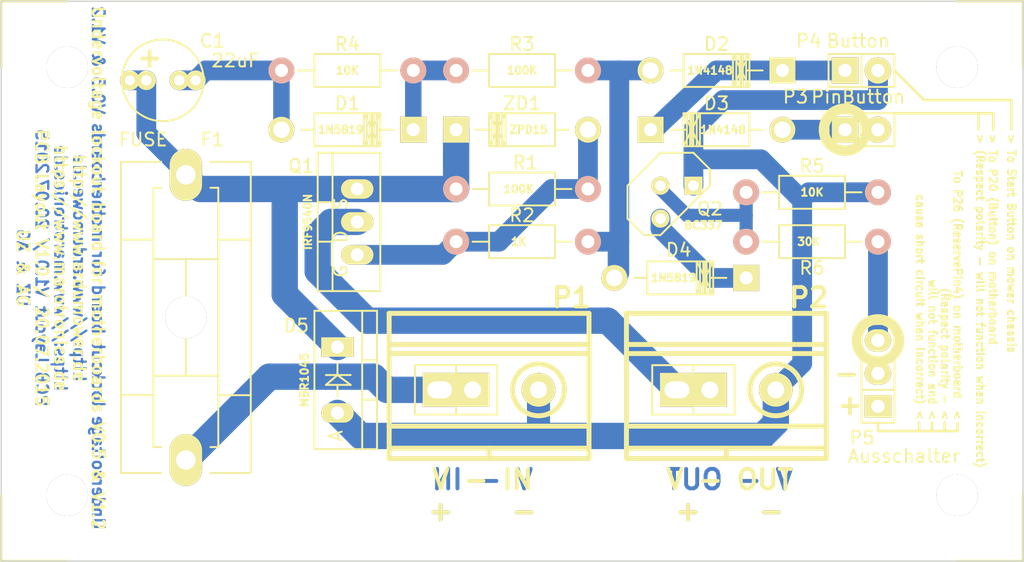
<source format=kicad_pcb>
(kicad_pcb (version 4) (host pcbnew "(2015-05-08 BZR 5647)-product")

  (general
    (links 35)
    (no_connects 0)
    (area 83.769999 55.829999 162.610001 99.110001)
    (thickness 1.6)
    (drawings 45)
    (tracks 82)
    (zones 0)
    (modules 25)
    (nets 14)
  )

  (page A4)
  (layers
    (0 F.Cu signal)
    (31 B.Cu signal)
    (32 B.Adhes user)
    (33 F.Adhes user)
    (34 B.Paste user)
    (35 F.Paste user)
    (36 B.SilkS user)
    (37 F.SilkS user)
    (38 B.Mask user)
    (39 F.Mask user)
    (40 Dwgs.User user)
    (41 Cmts.User user)
    (42 Eco1.User user)
    (43 Eco2.User user)
    (44 Edge.Cuts user)
    (45 Margin user)
    (46 B.CrtYd user)
    (47 F.CrtYd user)
    (48 B.Fab user hide)
    (49 F.Fab user)
  )

  (setup
    (last_trace_width 0.25)
    (user_trace_width 0.254)
    (user_trace_width 0.508)
    (user_trace_width 0.762)
    (user_trace_width 1.016)
    (user_trace_width 1.27)
    (user_trace_width 1.524)
    (user_trace_width 1.778)
    (user_trace_width 2.032)
    (user_trace_width 2.358)
    (trace_clearance 0.2)
    (zone_clearance 0.508)
    (zone_45_only no)
    (trace_min 0.2)
    (segment_width 0.2)
    (edge_width 0.1)
    (via_size 0.6)
    (via_drill 0.4)
    (via_min_size 0.4)
    (via_min_drill 0.3)
    (user_via 1.2 0.889)
    (user_via 1.6 1)
    (user_via 2.2 1.4)
    (user_via 2.6 1.6)
    (user_via 3.1 1.9)
    (uvia_size 0.3)
    (uvia_drill 0.1)
    (uvias_allowed no)
    (uvia_min_size 0.2)
    (uvia_min_drill 0.1)
    (pcb_text_width 0.3)
    (pcb_text_size 1.5 1.5)
    (mod_edge_width 0.15)
    (mod_text_size 1 1)
    (mod_text_width 0.15)
    (pad_size 1.5 1.5)
    (pad_drill 0.6)
    (pad_to_mask_clearance 0)
    (aux_axis_origin 0 0)
    (visible_elements 7FFFFF7F)
    (pcbplotparams
      (layerselection 0x01000_80000001)
      (usegerberextensions false)
      (excludeedgelayer false)
      (linewidth 0.100000)
      (plotframeref false)
      (viasonmask false)
      (mode 1)
      (useauxorigin false)
      (hpglpennumber 1)
      (hpglpenspeed 20)
      (hpglpendiameter 15)
      (hpglpenoverlay 2)
      (psnegative false)
      (psa4output false)
      (plotreference true)
      (plotvalue true)
      (plotinvisibletext false)
      (padsonsilk false)
      (subtractmaskfromsilk false)
      (outputformat 3)
      (mirror false)
      (drillshape 2)
      (scaleselection 1)
      (outputdirectory E:/11/))
  )

  (net 0 "")
  (net 1 "Net-(C1-Pad2)")
  (net 2 "Net-(C1-Pad1)")
  (net 3 "Net-(D1-Pad1)")
  (net 4 "Net-(D2-Pad1)")
  (net 5 "Net-(D2-Pad2)")
  (net 6 "Net-(D3-Pad2)")
  (net 7 GND)
  (net 8 "Net-(P5-Pad3)")
  (net 9 "Net-(D4-Pad1)")
  (net 10 "Net-(P2-Pad1)")
  (net 11 "Net-(Q1-PadG)")
  (net 12 "Net-(Q2-PadB)")
  (net 13 "Net-(F1-Pad1)")

  (net_class Default "Dies ist die voreingestellte Netzklasse."
    (clearance 0.2)
    (trace_width 0.25)
    (via_dia 0.6)
    (via_drill 0.4)
    (uvia_dia 0.3)
    (uvia_drill 0.1)
    (add_net GND)
    (add_net "Net-(C1-Pad1)")
    (add_net "Net-(C1-Pad2)")
    (add_net "Net-(D1-Pad1)")
    (add_net "Net-(D2-Pad1)")
    (add_net "Net-(D2-Pad2)")
    (add_net "Net-(D3-Pad2)")
    (add_net "Net-(D4-Pad1)")
    (add_net "Net-(F1-Pad1)")
    (add_net "Net-(P2-Pad1)")
    (add_net "Net-(P5-Pad3)")
    (add_net "Net-(Q1-PadG)")
    (add_net "Net-(Q2-PadB)")
  )

  (module Transistors_TO-220:TO-220_FET-GDS_Vertical (layer F.Cu) (tedit 55ACFA8A) (tstamp 55ACC6E0)
    (at 111.252 72.898 90)
    (descr "TO-220, FET-GDS, Vertical,")
    (tags "TO-220, FET-GDS, Vertical,")
    (path /55ACEC5E)
    (fp_text reference Q1 (at 4.318 -4.318 180) (layer F.SilkS)
      (effects (font (size 1 1) (thickness 0.15)))
    )
    (fp_text value IRF9540N (at 0 -3.81 90) (layer F.SilkS)
      (effects (font (size 0.6 0.6) (thickness 0.15)))
    )
    (fp_text user S (at 1.397 -1.27 90) (layer F.SilkS)
      (effects (font (size 1 1) (thickness 0.15)))
    )
    (fp_text user D (at -1.143 -1.27 90) (layer F.SilkS)
      (effects (font (size 1 1) (thickness 0.15)))
    )
    (fp_text user G (at -3.81 -1.27 90) (layer F.SilkS)
      (effects (font (size 1 1) (thickness 0.15)))
    )
    (fp_line (start -1.524 -3.048) (end -1.524 -1.905) (layer F.SilkS) (width 0.15))
    (fp_line (start 1.524 -3.048) (end 1.524 -1.905) (layer F.SilkS) (width 0.15))
    (fp_line (start 5.334 -1.905) (end 5.334 1.778) (layer F.SilkS) (width 0.15))
    (fp_line (start 5.334 1.778) (end -5.334 1.778) (layer F.SilkS) (width 0.15))
    (fp_line (start -5.334 1.778) (end -5.334 -1.905) (layer F.SilkS) (width 0.15))
    (fp_line (start 5.334 -3.048) (end 5.334 -1.905) (layer F.SilkS) (width 0.15))
    (fp_line (start 5.334 -1.905) (end -5.334 -1.905) (layer F.SilkS) (width 0.15))
    (fp_line (start -5.334 -1.905) (end -5.334 -3.048) (layer F.SilkS) (width 0.15))
    (fp_line (start 0 -3.048) (end -5.334 -3.048) (layer F.SilkS) (width 0.15))
    (fp_line (start 0 -3.048) (end 5.334 -3.048) (layer F.SilkS) (width 0.15))
    (pad D thru_hole oval (at 0 0 180) (size 2.49936 1.50114) (drill 1.00076) (layers *.Cu *.Mask F.SilkS)
      (net 10 "Net-(P2-Pad1)"))
    (pad G thru_hole oval (at -2.54 0 180) (size 2.49936 1.50114) (drill 1.00076) (layers *.Cu *.Mask F.SilkS)
      (net 11 "Net-(Q1-PadG)"))
    (pad S thru_hole oval (at 2.54 0 180) (size 2.49936 1.50114) (drill 1.00076) (layers *.Cu *.Mask F.SilkS)
      (net 2 "Net-(C1-Pad1)"))
    (model Transistors_TO-220.3dshapes/TO-220_FET-GDS_Vertical.wrl
      (at (xyz 0 0 0))
      (scale (xyz 0.3937 0.3937 0.3937))
      (rotate (xyz 0 0 0))
    )
  )

  (module ACS712:Elko_vert_11.2x6.3mm_RM2.5_RM5.0 (layer F.Cu) (tedit 55ACEE98) (tstamp 55ACC7B9)
    (at 94.996 61.976)
    (descr "Electrolytic Capacitor, vertical, diameter 6,3mm, RM 2,5mm, radial,")
    (tags "Electrolytic Capacitor, vertical, diameter 6,3mm, RM 2,5mm, Elko, Electrolytkondensator, Kondensator gepolt, Durchmesser 6,3mm, radial,")
    (path /55ACB84E)
    (fp_text reference C1 (at 5.08 -3.048 180) (layer F.SilkS)
      (effects (font (size 1 1) (thickness 0.15)))
    )
    (fp_text value 22uF (at 6.858 -1.524 180) (layer F.SilkS)
      (effects (font (size 1 1) (thickness 0.15)))
    )
    (fp_line (start 0.26924 -2.19964) (end 0.26924 -1.19888) (layer F.SilkS) (width 0.15))
    (fp_line (start -0.23114 -1.69926) (end 0.76962 -1.69926) (layer F.SilkS) (width 0.15))
    (fp_line (start 0.26924 -1.69926) (end 0.76962 -1.69926) (layer F.Cu) (width 0.15))
    (fp_line (start 0.26924 -1.69926) (end 0.26924 -2.19964) (layer F.Cu) (width 0.15))
    (fp_line (start -0.23114 -1.69926) (end 0.26924 -1.69926) (layer F.Cu) (width 0.15))
    (fp_line (start 0.26924 -1.69926) (end 0.26924 -1.30048) (layer F.Cu) (width 0.15))
    (fp_line (start 0.26924 -1.30048) (end 0.26924 -1.19888) (layer F.Cu) (width 0.15))
    (fp_circle (center 1.27 0) (end 4.4196 0) (layer F.SilkS) (width 0.15))
    (pad 2 thru_hole circle (at 2.54 0) (size 1.50114 1.50114) (drill 0.8001) (layers *.Cu *.Mask F.SilkS)
      (net 1 "Net-(C1-Pad2)"))
    (pad 1 thru_hole circle (at 0 0) (size 1.50114 1.50114) (drill 0.8001) (layers *.Cu *.Mask F.SilkS)
      (net 2 "Net-(C1-Pad1)"))
    (pad 1 thru_hole circle (at -1.27 0) (size 1.524 1.524) (drill 0.762) (layers *.Cu *.Mask F.SilkS)
      (net 2 "Net-(C1-Pad1)"))
    (pad 2 thru_hole circle (at 3.81 0) (size 1.524 1.524) (drill 0.762) (layers *.Cu *.Mask F.SilkS)
      (net 1 "Net-(C1-Pad2)"))
    (model Capacitors_Elko_ThroughHole/Elko_vert_11.2x6.3mm_RM2.5.wrl
      (at (xyz 0 0 0))
      (scale (xyz 1 1 1))
      (rotate (xyz 0 0 0))
    )
    (model Capacitors_ThroughHole.3dshapes/C_Radial_D6.3_L11.2_P2.5.wrl
      (at (xyz 0 0 0))
      (scale (xyz 1 1 1))
      (rotate (xyz 0 0 0))
    )
  )

  (module ACS712:Pin_Header_Straight_1x02 (layer F.Cu) (tedit 55AD762E) (tstamp 55ACC7DE)
    (at 150.114 65.786)
    (descr "Through hole pin header")
    (tags "pin header")
    (path /55ACFD7B)
    (fp_text reference P3 (at -5.08 -2.54) (layer F.SilkS)
      (effects (font (size 1 1) (thickness 0.15)))
    )
    (fp_text value PinButton (at -0.254 -2.54) (layer F.SilkS)
      (effects (font (size 1 1) (thickness 0.15)))
    )
    (fp_line (start 0 -1.27) (end 0 1.27) (layer F.SilkS) (width 0.15))
    (fp_line (start -2.54 -1.27) (end -2.54 1.27) (layer F.SilkS) (width 0.15))
    (fp_line (start -2.54 1.27) (end 0 1.27) (layer F.SilkS) (width 0.15))
    (fp_line (start 0 1.27) (end 2.54 1.27) (layer F.SilkS) (width 0.15))
    (fp_line (start 2.54 1.27) (end 2.54 -1.27) (layer F.SilkS) (width 0.15))
    (fp_line (start 2.54 -1.27) (end -2.54 -1.27) (layer F.SilkS) (width 0.15))
    (pad 1 thru_hole rect (at -1.27 0) (size 2.032 2.032) (drill 1.016) (layers *.Cu *.Mask F.SilkS)
      (net 6 "Net-(D3-Pad2)"))
    (pad 2 thru_hole oval (at 1.27 0) (size 2.032 2.032) (drill 1.016) (layers *.Cu *.Mask F.SilkS))
    (model Pin_Headers/Pin_Header_Straight_1x02.wrl
      (at (xyz 0 0 0))
      (scale (xyz 1 1 1))
      (rotate (xyz 0 0 0))
    )
    (model Pin_Headers.3dshapes/Pin_Header_Straight_1x02.wrl
      (at (xyz 0 0 0))
      (scale (xyz 1 1 1))
      (rotate (xyz 0 0 0))
    )
  )

  (module ACS712:Pin_Header_Straight_1x02 (layer F.Cu) (tedit 55AD7634) (tstamp 55ACC7E3)
    (at 150.114 61.214)
    (descr "Through hole pin header")
    (tags "pin header")
    (path /55ACC3A3)
    (fp_text reference P4 (at -4.064 -2.286) (layer F.SilkS)
      (effects (font (size 1 1) (thickness 0.15)))
    )
    (fp_text value Button (at -0.254 -2.286) (layer F.SilkS)
      (effects (font (size 1 1) (thickness 0.15)))
    )
    (fp_line (start 0 -1.27) (end 0 1.27) (layer F.SilkS) (width 0.15))
    (fp_line (start -2.54 -1.27) (end -2.54 1.27) (layer F.SilkS) (width 0.15))
    (fp_line (start -2.54 1.27) (end 0 1.27) (layer F.SilkS) (width 0.15))
    (fp_line (start 0 1.27) (end 2.54 1.27) (layer F.SilkS) (width 0.15))
    (fp_line (start 2.54 1.27) (end 2.54 -1.27) (layer F.SilkS) (width 0.15))
    (fp_line (start 2.54 -1.27) (end -2.54 -1.27) (layer F.SilkS) (width 0.15))
    (pad 1 thru_hole rect (at -1.27 0) (size 2.032 2.032) (drill 1.016) (layers *.Cu *.Mask F.SilkS)
      (net 4 "Net-(D2-Pad1)"))
    (pad 2 thru_hole oval (at 1.27 0) (size 2.032 2.032) (drill 1.016) (layers *.Cu *.Mask F.SilkS)
      (net 7 GND))
    (model Pin_Headers/Pin_Header_Straight_1x02.wrl
      (at (xyz 0 0 0))
      (scale (xyz 1 1 1))
      (rotate (xyz 0 0 0))
    )
    (model Pin_Headers.3dshapes/Pin_Header_Straight_1x02.wrl
      (at (xyz 0 0 0))
      (scale (xyz 1 1 1))
      (rotate (xyz 0 0 0))
    )
  )

  (module ACS712:TO92-EBC (layer F.Cu) (tedit 55ACF97C) (tstamp 55ACC7E8)
    (at 135.89 71.374)
    (descr "Transistor TO92 brochage type BC237")
    (tags "TR TO92")
    (path /55ACB84A)
    (fp_text reference Q2 (at 2.54 0.508 180) (layer F.SilkS)
      (effects (font (size 1 1) (thickness 0.15)))
    )
    (fp_text value BC337 (at 2.032 1.778 180) (layer F.SilkS)
      (effects (font (size 0.6 0.6) (thickness 0.15)))
    )
    (fp_line (start -1.27 2.54) (end 2.54 -1.27) (layer F.SilkS) (width 0.15))
    (fp_line (start 2.54 -1.27) (end 2.54 -2.54) (layer F.SilkS) (width 0.15))
    (fp_line (start 2.54 -2.54) (end 1.27 -3.81) (layer F.SilkS) (width 0.15))
    (fp_line (start 1.27 -3.81) (end -1.27 -3.81) (layer F.SilkS) (width 0.15))
    (fp_line (start -1.27 -3.81) (end -3.81 -1.27) (layer F.SilkS) (width 0.15))
    (fp_line (start -3.81 -1.27) (end -3.81 1.27) (layer F.SilkS) (width 0.15))
    (fp_line (start -3.81 1.27) (end -2.54 2.54) (layer F.SilkS) (width 0.15))
    (fp_line (start -2.54 2.54) (end -1.27 2.54) (layer F.SilkS) (width 0.15))
    (pad E thru_hole rect (at 1.27 -1.27) (size 1.397 1.397) (drill 0.8128) (layers *.Cu *.Mask F.SilkS)
      (net 7 GND))
    (pad B thru_hole circle (at -1.27 -1.27) (size 1.397 1.397) (drill 0.8128) (layers *.Cu *.Mask F.SilkS)
      (net 12 "Net-(Q2-PadB)"))
    (pad C thru_hole circle (at -1.27 1.27) (size 1.397 1.397) (drill 0.8128) (layers *.Cu *.Mask F.SilkS)
      (net 9 "Net-(D4-Pad1)"))
    (model Discret/TO92-EBC.wrl
      (at (xyz 0 0 0))
      (scale (xyz 1 1 1))
      (rotate (xyz 0 0 0))
    )
    (model Housings_TO-92.3dshapes/TO-92_Molded_Narrow_Oval.wrl
      (at (xyz 0 0 0))
      (scale (xyz 1 1 1))
      (rotate (xyz 0 0 225))
    )
  )

  (module ACS712:Resistor_Horizontal_RM10mm (layer F.Cu) (tedit 55ACEFDD) (tstamp 55ACC7EE)
    (at 123.952 70.358)
    (descr "Resistor, Axial,  RM 10mm, 1/3W,")
    (tags "Resistor, Axial, RM 10mm, 1/3W,")
    (path /55ACB843)
    (fp_text reference R1 (at 0.254 -2.032) (layer F.SilkS)
      (effects (font (size 1 1) (thickness 0.15)))
    )
    (fp_text value 100K (at -0.254 0) (layer F.SilkS)
      (effects (font (size 0.6 0.6) (thickness 0.15)))
    )
    (fp_line (start -2.54 -1.27) (end 2.54 -1.27) (layer F.SilkS) (width 0.15))
    (fp_line (start 2.54 -1.27) (end 2.54 1.27) (layer F.SilkS) (width 0.15))
    (fp_line (start 2.54 1.27) (end -2.54 1.27) (layer F.SilkS) (width 0.15))
    (fp_line (start -2.54 1.27) (end -2.54 -1.27) (layer F.SilkS) (width 0.15))
    (fp_line (start -2.54 0) (end -3.81 0) (layer F.SilkS) (width 0.15))
    (fp_line (start 2.54 0) (end 3.81 0) (layer F.SilkS) (width 0.15))
    (pad 1 thru_hole circle (at -5.08 0) (size 1.99898 1.99898) (drill 1.00076) (layers *.Cu *.SilkS *.Mask)
      (net 2 "Net-(C1-Pad1)"))
    (pad 2 thru_hole circle (at 5.08 0) (size 1.99898 1.99898) (drill 1.00076) (layers *.Cu *.SilkS *.Mask)
      (net 11 "Net-(Q1-PadG)"))
    (model Resistors_ThroughHole/Resistor_Horizontal_RM10mm.wrl
      (at (xyz 0 0 0))
      (scale (xyz 0.4 0.4 0.4))
      (rotate (xyz 0 0 0))
    )
    (model Resistors_ThroughHole.3dshapes/Resistor_Horizontal_RM10mm.wrl
      (at (xyz 0 0 0))
      (scale (xyz 0.4 0.4 0.4))
      (rotate (xyz 0 0 0))
    )
  )

  (module ACS712:Resistor_Horizontal_RM10mm (layer F.Cu) (tedit 55ACEFE6) (tstamp 55ACC7F3)
    (at 123.952 74.422 180)
    (descr "Resistor, Axial,  RM 10mm, 1/3W,")
    (tags "Resistor, Axial, RM 10mm, 1/3W,")
    (path /55ACB845)
    (fp_text reference R2 (at 0 2.032 180) (layer F.SilkS)
      (effects (font (size 1 1) (thickness 0.15)))
    )
    (fp_text value 1K (at 0.254 0 180) (layer F.SilkS)
      (effects (font (size 0.6 0.6) (thickness 0.15)))
    )
    (fp_line (start -2.54 -1.27) (end 2.54 -1.27) (layer F.SilkS) (width 0.15))
    (fp_line (start 2.54 -1.27) (end 2.54 1.27) (layer F.SilkS) (width 0.15))
    (fp_line (start 2.54 1.27) (end -2.54 1.27) (layer F.SilkS) (width 0.15))
    (fp_line (start -2.54 1.27) (end -2.54 -1.27) (layer F.SilkS) (width 0.15))
    (fp_line (start -2.54 0) (end -3.81 0) (layer F.SilkS) (width 0.15))
    (fp_line (start 2.54 0) (end 3.81 0) (layer F.SilkS) (width 0.15))
    (pad 1 thru_hole circle (at -5.08 0 180) (size 1.99898 1.99898) (drill 1.00076) (layers *.Cu *.SilkS *.Mask)
      (net 5 "Net-(D2-Pad2)"))
    (pad 2 thru_hole circle (at 5.08 0 180) (size 1.99898 1.99898) (drill 1.00076) (layers *.Cu *.SilkS *.Mask)
      (net 11 "Net-(Q1-PadG)"))
    (model Resistors_ThroughHole/Resistor_Horizontal_RM10mm.wrl
      (at (xyz 0 0 0))
      (scale (xyz 0.4 0.4 0.4))
      (rotate (xyz 0 0 0))
    )
    (model Resistors_ThroughHole.3dshapes/Resistor_Horizontal_RM10mm.wrl
      (at (xyz 0 0 0))
      (scale (xyz 0.4 0.4 0.4))
      (rotate (xyz 0 0 0))
    )
  )

  (module ACS712:Resistor_Horizontal_RM10mm (layer F.Cu) (tedit 55ACEF61) (tstamp 55ACC7F8)
    (at 123.952 61.214)
    (descr "Resistor, Axial,  RM 10mm, 1/3W,")
    (tags "Resistor, Axial, RM 10mm, 1/3W,")
    (path /55ACB849)
    (fp_text reference R3 (at 0 -2.032) (layer F.SilkS)
      (effects (font (size 1 1) (thickness 0.15)))
    )
    (fp_text value 100K (at 0 0) (layer F.SilkS)
      (effects (font (size 0.6 0.6) (thickness 0.15)))
    )
    (fp_line (start -2.54 -1.27) (end 2.54 -1.27) (layer F.SilkS) (width 0.15))
    (fp_line (start 2.54 -1.27) (end 2.54 1.27) (layer F.SilkS) (width 0.15))
    (fp_line (start 2.54 1.27) (end -2.54 1.27) (layer F.SilkS) (width 0.15))
    (fp_line (start -2.54 1.27) (end -2.54 -1.27) (layer F.SilkS) (width 0.15))
    (fp_line (start -2.54 0) (end -3.81 0) (layer F.SilkS) (width 0.15))
    (fp_line (start 2.54 0) (end 3.81 0) (layer F.SilkS) (width 0.15))
    (pad 1 thru_hole circle (at -5.08 0) (size 1.99898 1.99898) (drill 1.00076) (layers *.Cu *.SilkS *.Mask)
      (net 3 "Net-(D1-Pad1)"))
    (pad 2 thru_hole circle (at 5.08 0) (size 1.99898 1.99898) (drill 1.00076) (layers *.Cu *.SilkS *.Mask)
      (net 5 "Net-(D2-Pad2)"))
    (model Resistors_ThroughHole/Resistor_Horizontal_RM10mm.wrl
      (at (xyz 0 0 0))
      (scale (xyz 0.4 0.4 0.4))
      (rotate (xyz 0 0 0))
    )
    (model Resistors_ThroughHole.3dshapes/Resistor_Horizontal_RM10mm.wrl
      (at (xyz 0 0 0))
      (scale (xyz 0.4 0.4 0.4))
      (rotate (xyz 0 0 0))
    )
  )

  (module ACS712:Resistor_Horizontal_RM10mm (layer F.Cu) (tedit 55ACEF58) (tstamp 55ACC7FD)
    (at 110.49 61.214)
    (descr "Resistor, Axial,  RM 10mm, 1/3W,")
    (tags "Resistor, Axial, RM 10mm, 1/3W,")
    (path /55ACB84C)
    (fp_text reference R4 (at 0 -2.032) (layer F.SilkS)
      (effects (font (size 1 1) (thickness 0.15)))
    )
    (fp_text value 10K (at 0 0) (layer F.SilkS)
      (effects (font (size 0.6 0.6) (thickness 0.15)))
    )
    (fp_line (start -2.54 -1.27) (end 2.54 -1.27) (layer F.SilkS) (width 0.15))
    (fp_line (start 2.54 -1.27) (end 2.54 1.27) (layer F.SilkS) (width 0.15))
    (fp_line (start 2.54 1.27) (end -2.54 1.27) (layer F.SilkS) (width 0.15))
    (fp_line (start -2.54 1.27) (end -2.54 -1.27) (layer F.SilkS) (width 0.15))
    (fp_line (start -2.54 0) (end -3.81 0) (layer F.SilkS) (width 0.15))
    (fp_line (start 2.54 0) (end 3.81 0) (layer F.SilkS) (width 0.15))
    (pad 1 thru_hole circle (at -5.08 0) (size 1.99898 1.99898) (drill 1.00076) (layers *.Cu *.SilkS *.Mask)
      (net 1 "Net-(C1-Pad2)"))
    (pad 2 thru_hole circle (at 5.08 0) (size 1.99898 1.99898) (drill 1.00076) (layers *.Cu *.SilkS *.Mask)
      (net 3 "Net-(D1-Pad1)"))
    (model Resistors_ThroughHole/Resistor_Horizontal_RM10mm.wrl
      (at (xyz 0 0 0))
      (scale (xyz 0.4 0.4 0.4))
      (rotate (xyz 0 0 0))
    )
    (model Resistors_ThroughHole.3dshapes/Resistor_Horizontal_RM10mm.wrl
      (at (xyz 0 0 0))
      (scale (xyz 0.4 0.4 0.4))
      (rotate (xyz 0 0 0))
    )
  )

  (module ACS712:Resistor_Horizontal_RM10mm (layer F.Cu) (tedit 55ACF91E) (tstamp 55ACC802)
    (at 146.304 70.612)
    (descr "Resistor, Axial,  RM 10mm, 1/3W,")
    (tags "Resistor, Axial, RM 10mm, 1/3W,")
    (path /55ACB84B)
    (fp_text reference R5 (at 0 -2.032) (layer F.SilkS)
      (effects (font (size 1 1) (thickness 0.15)))
    )
    (fp_text value 10K (at 0 0) (layer F.SilkS)
      (effects (font (size 0.6 0.6) (thickness 0.15)))
    )
    (fp_line (start -2.54 -1.27) (end 2.54 -1.27) (layer F.SilkS) (width 0.15))
    (fp_line (start 2.54 -1.27) (end 2.54 1.27) (layer F.SilkS) (width 0.15))
    (fp_line (start 2.54 1.27) (end -2.54 1.27) (layer F.SilkS) (width 0.15))
    (fp_line (start -2.54 1.27) (end -2.54 -1.27) (layer F.SilkS) (width 0.15))
    (fp_line (start -2.54 0) (end -3.81 0) (layer F.SilkS) (width 0.15))
    (fp_line (start 2.54 0) (end 3.81 0) (layer F.SilkS) (width 0.15))
    (pad 1 thru_hole circle (at -5.08 0) (size 1.99898 1.99898) (drill 1.00076) (layers *.Cu *.SilkS *.Mask)
      (net 12 "Net-(Q2-PadB)"))
    (pad 2 thru_hole circle (at 5.08 0) (size 1.99898 1.99898) (drill 1.00076) (layers *.Cu *.SilkS *.Mask)
      (net 7 GND))
    (model Resistors_ThroughHole/Resistor_Horizontal_RM10mm.wrl
      (at (xyz 0 0 0))
      (scale (xyz 0.4 0.4 0.4))
      (rotate (xyz 0 0 0))
    )
    (model Resistors_ThroughHole.3dshapes/Resistor_Horizontal_RM10mm.wrl
      (at (xyz 0 0 0))
      (scale (xyz 0.4 0.4 0.4))
      (rotate (xyz 0 0 0))
    )
  )

  (module ACS712:Resistor_Horizontal_RM10mm (layer F.Cu) (tedit 55ACF907) (tstamp 55ACC807)
    (at 146.304 74.422)
    (descr "Resistor, Axial,  RM 10mm, 1/3W,")
    (tags "Resistor, Axial, RM 10mm, 1/3W,")
    (path /55ACB852)
    (fp_text reference R6 (at 0 2.032) (layer F.SilkS)
      (effects (font (size 1 1) (thickness 0.15)))
    )
    (fp_text value 30K (at -0.254 0) (layer F.SilkS)
      (effects (font (size 0.6 0.6) (thickness 0.15)))
    )
    (fp_line (start -2.54 -1.27) (end 2.54 -1.27) (layer F.SilkS) (width 0.15))
    (fp_line (start 2.54 -1.27) (end 2.54 1.27) (layer F.SilkS) (width 0.15))
    (fp_line (start 2.54 1.27) (end -2.54 1.27) (layer F.SilkS) (width 0.15))
    (fp_line (start -2.54 1.27) (end -2.54 -1.27) (layer F.SilkS) (width 0.15))
    (fp_line (start -2.54 0) (end -3.81 0) (layer F.SilkS) (width 0.15))
    (fp_line (start 2.54 0) (end 3.81 0) (layer F.SilkS) (width 0.15))
    (pad 1 thru_hole circle (at -5.08 0) (size 1.99898 1.99898) (drill 1.00076) (layers *.Cu *.SilkS *.Mask)
      (net 12 "Net-(Q2-PadB)"))
    (pad 2 thru_hole circle (at 5.08 0) (size 1.99898 1.99898) (drill 1.00076) (layers *.Cu *.SilkS *.Mask)
      (net 8 "Net-(P5-Pad3)"))
    (model Resistors_ThroughHole/Resistor_Horizontal_RM10mm.wrl
      (at (xyz 0 0 0))
      (scale (xyz 0.4 0.4 0.4))
      (rotate (xyz 0 0 0))
    )
    (model Resistors_ThroughHole.3dshapes/Resistor_Horizontal_RM10mm.wrl
      (at (xyz 0 0 0))
      (scale (xyz 0.4 0.4 0.4))
      (rotate (xyz 0 0 0))
    )
  )

  (module ACS712:Pin_Header_Straight_1x03 (layer F.Cu) (tedit 55AE28FA) (tstamp 55ACCBF7)
    (at 151.384 84.582 90)
    (descr "Through hole pin header")
    (tags "pin header")
    (path /55ACF7E8)
    (fp_text reference P5 (at -4.9657 -1.2192 180) (layer F.SilkS)
      (effects (font (size 1 1) (thickness 0.15)))
    )
    (fp_text value Ausschalter (at -6.3754 1.9939 180) (layer F.SilkS)
      (effects (font (size 1 1) (thickness 0.15)))
    )
    (fp_line (start -1.27 1.27) (end 3.81 1.27) (layer F.SilkS) (width 0.15))
    (fp_line (start 3.81 1.27) (end 3.81 -1.27) (layer F.SilkS) (width 0.15))
    (fp_line (start 3.81 -1.27) (end -1.27 -1.27) (layer F.SilkS) (width 0.15))
    (fp_line (start -3.81 -1.27) (end -1.27 -1.27) (layer F.SilkS) (width 0.15))
    (fp_line (start -1.27 -1.27) (end -1.27 1.27) (layer F.SilkS) (width 0.15))
    (fp_line (start -3.81 -1.27) (end -3.81 1.27) (layer F.SilkS) (width 0.15))
    (fp_line (start -3.81 1.27) (end -1.27 1.27) (layer F.SilkS) (width 0.15))
    (pad 1 thru_hole rect (at -2.54 0 90) (size 1.7272 2.032) (drill 1.016) (layers *.Cu *.Mask F.SilkS))
    (pad 2 thru_hole oval (at 0 0 90) (size 1.7272 2.032) (drill 1.016) (layers *.Cu *.Mask F.SilkS))
    (pad 3 thru_hole oval (at 2.54 0 90) (size 1.7272 2.032) (drill 1.016) (layers *.Cu *.Mask F.SilkS)
      (net 8 "Net-(P5-Pad3)"))
    (model Pin_Headers/Pin_Header_Straight_1x03.wrl
      (at (xyz 0 0 0))
      (scale (xyz 1 1 1))
      (rotate (xyz 0 0 0))
    )
    (model Pin_Headers.3dshapes/Pin_Header_Straight_1x03.wrl
      (at (xyz 0 0 0))
      (scale (xyz 1 1 1))
      (rotate (xyz 0 0 0))
    )
  )

  (module ACS712:Diode_ligend_RM10 (layer F.Cu) (tedit 55ACEFB8) (tstamp 55ACCC46)
    (at 123.952 65.786 180)
    (descr "Diode, DO-41, SOD81, Horizontal, RM 10mm,")
    (tags "Diode, DO-41, SOD81, Horizontal, RM 10mm, 1N4007, SB140,")
    (path /55ACD228)
    (fp_text reference ZD1 (at 0 2.032 180) (layer F.SilkS)
      (effects (font (size 1 1) (thickness 0.15)))
    )
    (fp_text value ZPD15 (at -0.508 0 180) (layer F.SilkS)
      (effects (font (size 0.6 0.6) (thickness 0.15)))
    )
    (fp_line (start -2.54 0) (end -3.556 0) (layer F.SilkS) (width 0.15))
    (fp_line (start 2.286 0) (end 3.556 0) (layer F.SilkS) (width 0.15))
    (fp_line (start 2.032 -1.27) (end 2.032 1.27) (layer F.SilkS) (width 0.15))
    (fp_line (start 1.778 -1.27) (end 1.778 1.27) (layer F.SilkS) (width 0.15))
    (fp_line (start 1.524 -1.27) (end 1.524 1.27) (layer F.SilkS) (width 0.15))
    (fp_line (start 2.286 -1.27) (end 2.286 1.27) (layer F.SilkS) (width 0.15))
    (fp_line (start 1.27 -1.27) (end 2.54 1.27) (layer F.SilkS) (width 0.15))
    (fp_line (start 2.54 -1.27) (end 1.27 1.27) (layer F.SilkS) (width 0.15))
    (fp_line (start 1.27 -1.27) (end 1.27 1.27) (layer F.SilkS) (width 0.15))
    (fp_line (start 1.905 -1.27) (end 1.905 1.27) (layer F.SilkS) (width 0.15))
    (fp_line (start 2.54 1.27) (end 2.54 -1.27) (layer F.SilkS) (width 0.15))
    (fp_line (start 2.54 -1.27) (end -2.54 -1.27) (layer F.SilkS) (width 0.15))
    (fp_line (start -2.54 -1.27) (end -2.54 1.27) (layer F.SilkS) (width 0.15))
    (fp_line (start -2.54 1.27) (end 2.54 1.27) (layer F.SilkS) (width 0.15))
    (pad A thru_hole circle (at -5.08 0 180) (size 1.99898 1.99898) (drill 1.27) (layers *.Cu *.Mask F.SilkS)
      (net 11 "Net-(Q1-PadG)"))
    (pad C thru_hole rect (at 5.08 0 180) (size 1.99898 1.99898) (drill 1.00076) (layers *.Cu *.Mask F.SilkS)
      (net 2 "Net-(C1-Pad1)"))
    (model Diodes_ThroughHole/Diode_DO-35_SOD27_Horizontal_RM10.wrl
      (at (xyz 0 0 0))
      (scale (xyz 0.5 0.5 0.5))
      (rotate (xyz 0 0 0))
    )
    (model Diodes_ThroughHole.3dshapes/Diode_DO-35_SOD27_Horizontal_RM10.wrl
      (at (xyz 0 0 0))
      (scale (xyz 0.4 0.4 0.4))
      (rotate (xyz 0 0 0))
    )
  )

  (module ACS712:Fuseholder_Reichelt_PL112000 (layer F.Cu) (tedit 55ACFAB1) (tstamp 55ACE70A)
    (at 98.044 80.264 90)
    (descr "Fuseholder, 5x20, Semi closed, horizontal, Casing 10x25mm,")
    (tags "Fuseholder, 5x20, Semi closed, horizontal, Casing 10x25mm, Sicherungshalter, halbgeschlossen,")
    (path /55ACE95B)
    (fp_text reference F1 (at 13.716 2.032 180) (layer F.SilkS)
      (effects (font (size 1 1) (thickness 0.15)))
    )
    (fp_text value FUSE (at 13.716 -3.302 180) (layer F.SilkS)
      (effects (font (size 1 1) (thickness 0.15)))
    )
    (fp_line (start -5.99948 -2.49936) (end -5.99948 -5.00126) (layer F.SilkS) (width 0.15))
    (fp_line (start -5.99948 5.00126) (end -5.99948 2.49936) (layer F.SilkS) (width 0.15))
    (fp_line (start 5.99948 5.00126) (end 5.99948 2.49936) (layer F.SilkS) (width 0.15))
    (fp_line (start 5.99948 -5.00126) (end 5.99948 -2.49936) (layer F.SilkS) (width 0.15))
    (fp_line (start -4.50088 0) (end 4.50088 0) (layer F.SilkS) (width 0.15))
    (fp_line (start -4.50088 -2.49936) (end -4.50088 2.49936) (layer F.SilkS) (width 0.15))
    (fp_line (start 4.50088 -2.49936) (end 4.50088 2.49936) (layer F.SilkS) (width 0.15))
    (fp_line (start 9.99998 -1.89992) (end 9.99998 -2.49936) (layer F.SilkS) (width 0.15))
    (fp_line (start -9.99998 1.89992) (end -9.99998 2.49936) (layer F.SilkS) (width 0.15))
    (fp_line (start -9.99998 2.49936) (end 9.99998 2.49936) (layer F.SilkS) (width 0.15))
    (fp_line (start 9.99998 2.49936) (end 9.99998 1.89992) (layer F.SilkS) (width 0.15))
    (fp_line (start 9.99998 -2.49936) (end -9.99998 -2.49936) (layer F.SilkS) (width 0.15))
    (fp_line (start -9.99998 -2.49936) (end -9.99998 -1.89992) (layer F.SilkS) (width 0.15))
    (fp_line (start 11.99896 -1.89992) (end 11.99896 -5.00126) (layer F.SilkS) (width 0.15))
    (fp_line (start -11.99896 1.89992) (end -11.99896 5.00126) (layer F.SilkS) (width 0.15))
    (fp_line (start -11.99896 5.00126) (end 11.99896 5.00126) (layer F.SilkS) (width 0.15))
    (fp_line (start 11.99896 5.00126) (end 11.99896 1.89992) (layer F.SilkS) (width 0.15))
    (fp_line (start 11.99896 -5.00126) (end -11.99896 -5.00126) (layer F.SilkS) (width 0.15))
    (fp_line (start -11.99896 -5.00126) (end -11.99896 -1.89992) (layer F.SilkS) (width 0.15))
    (pad 2 thru_hole oval (at 11.00074 0) (size 2.49936 4.0005) (drill 1.50114) (layers *.Cu *.Mask F.SilkS)
      (net 2 "Net-(C1-Pad1)"))
    (pad 1 thru_hole oval (at -11.00074 0) (size 2.49936 4.0005) (drill 1.50114) (layers *.Cu *.Mask F.SilkS)
      (net 13 "Net-(F1-Pad1)"))
    (pad ~ thru_hole circle (at 0 0 90) (size 3.2 3.2) (drill 3.2) (layers *.Cu *.Mask F.SilkS))
    (model fuse_socket/fuse_socket.wrl
      (at (xyz 0 0 0))
      (scale (xyz 1 1 1))
      (rotate (xyz 0 0 0))
    )
    (model walter/misc_comp/fuse_cq-200c.wrl
      (at (xyz 0 0 0))
      (scale (xyz 1 1 1))
      (rotate (xyz 0 0 90))
    )
  )

  (module ACS712:Anschlussklemme_RM5,08-RM7,62 (layer F.Cu) (tedit 55ACFAF3) (tstamp 55ACE70B)
    (at 121.412 85.852)
    (descr "2-way 7,62mm pitch terminal block, Phoenix GMKDS series")
    (path /55ACC8BE)
    (fp_text reference P1 (at 6.35 -7.112) (layer F.SilkS)
      (effects (font (size 1.5 1.5) (thickness 0.3)))
    )
    (fp_text value "Batterieeingang 24V" (at 0 6.6) (layer F.SilkS) hide
      (effects (font (size 1.5 1.5) (thickness 0.3)))
    )
    (fp_line (start 0.635 -1.905) (end 0.635 1.905) (layer F.SilkS) (width 0.15))
    (fp_line (start 0.635 1.905) (end -5.715 1.905) (layer F.SilkS) (width 0.15))
    (fp_line (start -5.715 1.905) (end -5.715 -1.905) (layer F.SilkS) (width 0.15))
    (fp_line (start -5.715 -1.905) (end 0.635 -1.905) (layer F.SilkS) (width 0.15))
    (fp_line (start 0.635 -1.905) (end -2.54 -1.905) (layer F.SilkS) (width 0.15))
    (fp_line (start -2.54 -1.905) (end -2.54 1.905) (layer F.SilkS) (width 0.15))
    (fp_line (start -7.7 -3.5) (end 7.7 -3.5) (layer F.SilkS) (width 0.381))
    (fp_line (start 0 4.5) (end 0 5.3) (layer F.SilkS) (width 0.381))
    (fp_circle (center 3.81 0) (end 1.81 0) (layer F.SilkS) (width 0.381))
    (fp_line (start -7.7 2.8) (end 7.7 2.8) (layer F.SilkS) (width 0.381))
    (fp_line (start -7.7 -2.8) (end 7.7 -2.8) (layer F.SilkS) (width 0.381))
    (fp_line (start -7.7 4.5) (end 7.7 4.5) (layer F.SilkS) (width 0.381))
    (fp_line (start -7.7 5.3) (end 7.7 5.3) (layer F.SilkS) (width 0.381))
    (fp_line (start 7.7 -5.9) (end 7.7 5.3) (layer F.SilkS) (width 0.381))
    (fp_line (start -7.7 -5.9) (end 7.7 -5.9) (layer F.SilkS) (width 0.381))
    (fp_line (start -7.7 -5.9) (end -7.7 5.3) (layer F.SilkS) (width 0.381))
    (pad 1 thru_hole rect (at -3.81 0) (size 2.6 2.6) (drill oval 1.9 1.3) (layers *.Cu *.Mask F.SilkS)
      (net 13 "Net-(F1-Pad1)"))
    (pad 2 thru_hole circle (at 3.81 0) (size 2.6 2.6) (drill 1.3) (layers *.Cu *.Mask F.SilkS)
      (net 7 GND))
    (pad 1 thru_hole rect (at -1.27 0) (size 2.6 2.6) (drill 1.3) (layers *.Cu *.Mask F.SilkS)
      (net 13 "Net-(F1-Pad1)"))
    (pad 1 thru_hole rect (at -3.81 0) (size 2.6 2.6) (drill oval 1.9 1.3) (layers *.Cu *.Mask F.SilkS)
      (net 13 "Net-(F1-Pad1)"))
    (model ../../../../../../kicad/kicad/share/modules/packages3d/conn_gmkds/gmkds_3-2-7,62.wrl
      (at (xyz 0 0 0))
      (scale (xyz 1 1 1))
      (rotate (xyz 0 0 0))
    )
    (model walter/conn_gmkds/gmkds_3-2-7,62.wrl
      (at (xyz 0 0 0))
      (scale (xyz 1 1 1))
      (rotate (xyz 0 0 0))
    )
  )

  (module ACS712:Anschlussklemme_RM5,08-RM7,62 (layer F.Cu) (tedit 55ACFAF9) (tstamp 55ACE712)
    (at 139.7 85.852)
    (descr "2-way 7,62mm pitch terminal block, Phoenix GMKDS series")
    (path /55ACCECF)
    (fp_text reference P2 (at 6.35 -7.112) (layer F.SilkS)
      (effects (font (size 1.5 1.5) (thickness 0.3)))
    )
    (fp_text value "Batterieausgang 24V" (at 0 6.6) (layer F.SilkS) hide
      (effects (font (size 1.5 1.5) (thickness 0.3)))
    )
    (fp_line (start 0.635 -1.905) (end 0.635 1.905) (layer F.SilkS) (width 0.15))
    (fp_line (start 0.635 1.905) (end -5.715 1.905) (layer F.SilkS) (width 0.15))
    (fp_line (start -5.715 1.905) (end -5.715 -1.905) (layer F.SilkS) (width 0.15))
    (fp_line (start -5.715 -1.905) (end 0.635 -1.905) (layer F.SilkS) (width 0.15))
    (fp_line (start 0.635 -1.905) (end -2.54 -1.905) (layer F.SilkS) (width 0.15))
    (fp_line (start -2.54 -1.905) (end -2.54 1.905) (layer F.SilkS) (width 0.15))
    (fp_line (start -7.7 -3.5) (end 7.7 -3.5) (layer F.SilkS) (width 0.381))
    (fp_line (start 0 4.5) (end 0 5.3) (layer F.SilkS) (width 0.381))
    (fp_circle (center 3.81 0) (end 1.81 0) (layer F.SilkS) (width 0.381))
    (fp_line (start -7.7 2.8) (end 7.7 2.8) (layer F.SilkS) (width 0.381))
    (fp_line (start -7.7 -2.8) (end 7.7 -2.8) (layer F.SilkS) (width 0.381))
    (fp_line (start -7.7 4.5) (end 7.7 4.5) (layer F.SilkS) (width 0.381))
    (fp_line (start -7.7 5.3) (end 7.7 5.3) (layer F.SilkS) (width 0.381))
    (fp_line (start 7.7 -5.9) (end 7.7 5.3) (layer F.SilkS) (width 0.381))
    (fp_line (start -7.7 -5.9) (end 7.7 -5.9) (layer F.SilkS) (width 0.381))
    (fp_line (start -7.7 -5.9) (end -7.7 5.3) (layer F.SilkS) (width 0.381))
    (pad 1 thru_hole rect (at -3.81 0) (size 2.6 2.6) (drill oval 1.9 1.3) (layers *.Cu *.Mask F.SilkS)
      (net 10 "Net-(P2-Pad1)"))
    (pad 2 thru_hole circle (at 3.81 0) (size 2.6 2.6) (drill 1.3) (layers *.Cu *.Mask F.SilkS)
      (net 7 GND))
    (pad 1 thru_hole rect (at -1.27 0) (size 2.6 2.6) (drill 1.3) (layers *.Cu *.Mask F.SilkS)
      (net 10 "Net-(P2-Pad1)"))
    (pad 1 thru_hole rect (at -3.81 0) (size 2.6 2.6) (drill oval 1.9 1.3) (layers *.Cu *.Mask F.SilkS)
      (net 10 "Net-(P2-Pad1)"))
    (model ../../../../../../kicad/kicad/share/modules/packages3d/conn_gmkds/gmkds_3-2-7,62.wrl
      (at (xyz 0 0 0))
      (scale (xyz 1 1 1))
      (rotate (xyz 0 0 0))
    )
    (model walter/conn_gmkds/gmkds_3-2-7,62.wrl
      (at (xyz 0 0 0))
      (scale (xyz 1 1 1))
      (rotate (xyz 0 0 0))
    )
  )

  (module ACS712:Bohrloch_3,2mm (layer F.Cu) (tedit 55ACFE04) (tstamp 55ACF715)
    (at 88.9 93.98)
    (path /55ACFA36)
    (fp_text reference B2 (at 0 -2.54) (layer F.SilkS) hide
      (effects (font (size 1.5 1.5) (thickness 0.15)))
    )
    (fp_text value Bohrloch (at 0 2.54) (layer F.SilkS) hide
      (effects (font (size 1.5 1.5) (thickness 0.15)))
    )
    (pad 1 thru_hole circle (at 0 0) (size 3.2 3.2) (drill 3.2) (layers *.Cu *.Mask F.SilkS))
  )

  (module ACS712:Bohrloch_3,2mm (layer F.Cu) (tedit 55ACFE15) (tstamp 55ACF71A)
    (at 157.48 60.96)
    (path /55ACFB9A)
    (fp_text reference B3 (at 0 -2.54) (layer F.SilkS) hide
      (effects (font (size 1.5 1.5) (thickness 0.15)))
    )
    (fp_text value Bohrloch (at 0 2.54) (layer F.SilkS) hide
      (effects (font (size 1.5 1.5) (thickness 0.15)))
    )
    (pad 1 thru_hole circle (at 0 0) (size 3.2 3.2) (drill 3.2) (layers *.Cu *.Mask F.SilkS))
  )

  (module ACS712:Bohrloch_3,2mm (layer F.Cu) (tedit 55ACFE0C) (tstamp 55ACF71F)
    (at 157.48 93.98)
    (path /55ACFBA0)
    (fp_text reference B4 (at 0 -2.54) (layer F.SilkS) hide
      (effects (font (size 1.5 1.5) (thickness 0.15)))
    )
    (fp_text value Bohrloch (at 0 2.54) (layer F.SilkS) hide
      (effects (font (size 1.5 1.5) (thickness 0.15)))
    )
    (pad 1 thru_hole circle (at 0 0) (size 3.2 3.2) (drill 3.2) (layers *.Cu *.Mask F.SilkS))
  )

  (module ACS712:Bohrloch_3,2mm (layer F.Cu) (tedit 55AFCEC2) (tstamp 55AFB85A)
    (at 88.9 60.96)
    (path /55ACF945)
    (fp_text reference B1 (at 0 -2.54) (layer F.SilkS) hide
      (effects (font (size 1.5 1.5) (thickness 0.15)))
    )
    (fp_text value Bohrloch (at 0 2.54) (layer F.SilkS) hide
      (effects (font (size 1.5 1.5) (thickness 0.15)))
    )
    (pad 1 thru_hole circle (at 0 0) (size 3.2 3.2) (drill 3.2) (layers *.Cu *.Mask F.SilkS))
  )

  (module ACS712:MBR1045 (layer F.Cu) (tedit 55AFCE88) (tstamp 55AFB8AD)
    (at 109.728 85.09 270)
    (descr "TO-220, Diode, Vertical,")
    (tags "TO-220, Diode, Vertical,")
    (path /55ACF447)
    (fp_text reference D5 (at -4.191 3.175 360) (layer F.SilkS)
      (effects (font (size 1 1) (thickness 0.15)))
    )
    (fp_text value MBR1045 (at 0 2.54 270) (layer F.SilkS)
      (effects (font (size 0.6 0.6) (thickness 0.15)))
    )
    (fp_text user A (at 4.318 0.127 270) (layer F.SilkS)
      (effects (font (size 1 1) (thickness 0.15)))
    )
    (fp_line (start -0.381 0) (end -1.27 0) (layer F.SilkS) (width 0.15))
    (fp_line (start 0.508 0) (end 1.27 0) (layer F.SilkS) (width 0.15))
    (fp_line (start -0.381 0) (end 0.381 -1.016) (layer F.SilkS) (width 0.15))
    (fp_line (start 0.381 -1.016) (end 0.381 0.889) (layer F.SilkS) (width 0.15))
    (fp_line (start 0.381 0.889) (end -0.381 0) (layer F.SilkS) (width 0.15))
    (fp_line (start -0.381 -1.016) (end -0.381 0.889) (layer F.SilkS) (width 0.15))
    (fp_line (start -1.524 -3.048) (end -1.524 -1.905) (layer F.SilkS) (width 0.15))
    (fp_line (start 1.524 -3.048) (end 1.524 -1.905) (layer F.SilkS) (width 0.15))
    (fp_line (start 5.334 -1.905) (end 5.334 1.778) (layer F.SilkS) (width 0.15))
    (fp_line (start 5.334 1.778) (end -5.334 1.778) (layer F.SilkS) (width 0.15))
    (fp_line (start -5.334 1.778) (end -5.334 -1.905) (layer F.SilkS) (width 0.15))
    (fp_line (start 5.334 -3.048) (end 5.334 -1.905) (layer F.SilkS) (width 0.15))
    (fp_line (start 5.334 -1.905) (end -5.334 -1.905) (layer F.SilkS) (width 0.15))
    (fp_line (start -5.334 -1.905) (end -5.334 -3.048) (layer F.SilkS) (width 0.15))
    (fp_line (start 0 -3.048) (end -5.334 -3.048) (layer F.SilkS) (width 0.15))
    (fp_line (start 0 -3.048) (end 5.334 -3.048) (layer F.SilkS) (width 0.15))
    (pad 1 thru_hole rect (at -2.54 0) (size 2.49936 1.50114) (drill 1.00076) (layers *.Cu *.Mask F.SilkS)
      (net 2 "Net-(C1-Pad1)"))
    (pad 2 thru_hole oval (at 2.54 0) (size 2.49936 1.50114) (drill 1.00076) (layers *.Cu *.Mask F.SilkS)
      (net 7 GND))
    (model Diodes_ThroughHole/Diode_TO-220_Vertical.wrl
      (at (xyz 0 0 0))
      (scale (xyz 0.3937 0.3937 0.3937))
      (rotate (xyz 0 0 0))
    )
  )

  (module ACS712:Diode_ligend_RM10 (layer F.Cu) (tedit 55AFCE20) (tstamp 55AFC417)
    (at 110.49 65.786)
    (descr "Diode, DO-41, SOD81, Horizontal, RM 10mm,")
    (tags "Diode, DO-41, SOD81, Horizontal, RM 10mm, 1N4007, SB140,")
    (path /55ACDB04)
    (fp_text reference D1 (at 0 -2.032) (layer F.SilkS)
      (effects (font (size 1 1) (thickness 0.15)))
    )
    (fp_text value 1N5819 (at -0.508 0) (layer F.SilkS)
      (effects (font (size 0.6 0.6) (thickness 0.15)))
    )
    (fp_line (start -2.54 0) (end -3.556 0) (layer F.SilkS) (width 0.15))
    (fp_line (start 2.286 0) (end 3.556 0) (layer F.SilkS) (width 0.15))
    (fp_line (start 2.032 -1.27) (end 2.032 1.27) (layer F.SilkS) (width 0.15))
    (fp_line (start 1.778 -1.27) (end 1.778 1.27) (layer F.SilkS) (width 0.15))
    (fp_line (start 1.524 -1.27) (end 1.524 1.27) (layer F.SilkS) (width 0.15))
    (fp_line (start 2.286 -1.27) (end 2.286 1.27) (layer F.SilkS) (width 0.15))
    (fp_line (start 1.27 -1.27) (end 2.54 1.27) (layer F.SilkS) (width 0.15))
    (fp_line (start 2.54 -1.27) (end 1.27 1.27) (layer F.SilkS) (width 0.15))
    (fp_line (start 1.27 -1.27) (end 1.27 1.27) (layer F.SilkS) (width 0.15))
    (fp_line (start 1.905 -1.27) (end 1.905 1.27) (layer F.SilkS) (width 0.15))
    (fp_line (start 2.54 1.27) (end 2.54 -1.27) (layer F.SilkS) (width 0.15))
    (fp_line (start 2.54 -1.27) (end -2.54 -1.27) (layer F.SilkS) (width 0.15))
    (fp_line (start -2.54 -1.27) (end -2.54 1.27) (layer F.SilkS) (width 0.15))
    (fp_line (start -2.54 1.27) (end 2.54 1.27) (layer F.SilkS) (width 0.15))
    (pad 2 thru_hole circle (at -5.08 0) (size 1.99898 1.99898) (drill 1.27) (layers *.Cu *.Mask F.SilkS)
      (net 1 "Net-(C1-Pad2)"))
    (pad 1 thru_hole rect (at 5.08 0) (size 1.99898 1.99898) (drill 1.00076) (layers *.Cu *.Mask F.SilkS)
      (net 3 "Net-(D1-Pad1)"))
    (model Diodes_ThroughHole/Diode_DO-35_SOD27_Horizontal_RM10.wrl
      (at (xyz 0 0 0))
      (scale (xyz 0.5 0.5 0.5))
      (rotate (xyz 0 0 0))
    )
    (model Diodes_ThroughHole.3dshapes/Diode_DO-35_SOD27_Horizontal_RM10.wrl
      (at (xyz 0 0 0))
      (scale (xyz 0.4 0.4 0.4))
      (rotate (xyz 0 0 0))
    )
  )

  (module ACS712:Diode_ligend_RM10 (layer F.Cu) (tedit 55AFCE14) (tstamp 55AFC42A)
    (at 138.938 61.214)
    (descr "Diode, DO-41, SOD81, Horizontal, RM 10mm,")
    (tags "Diode, DO-41, SOD81, Horizontal, RM 10mm, 1N4007, SB140,")
    (path /55ACE9E6)
    (fp_text reference D2 (at 0 -2.032) (layer F.SilkS)
      (effects (font (size 1 1) (thickness 0.15)))
    )
    (fp_text value 1N4148 (at -0.508 0) (layer F.SilkS)
      (effects (font (size 0.6 0.6) (thickness 0.15)))
    )
    (fp_line (start -2.54 0) (end -3.556 0) (layer F.SilkS) (width 0.15))
    (fp_line (start 2.286 0) (end 3.556 0) (layer F.SilkS) (width 0.15))
    (fp_line (start 2.032 -1.27) (end 2.032 1.27) (layer F.SilkS) (width 0.15))
    (fp_line (start 1.778 -1.27) (end 1.778 1.27) (layer F.SilkS) (width 0.15))
    (fp_line (start 1.524 -1.27) (end 1.524 1.27) (layer F.SilkS) (width 0.15))
    (fp_line (start 2.286 -1.27) (end 2.286 1.27) (layer F.SilkS) (width 0.15))
    (fp_line (start 1.27 -1.27) (end 2.54 1.27) (layer F.SilkS) (width 0.15))
    (fp_line (start 2.54 -1.27) (end 1.27 1.27) (layer F.SilkS) (width 0.15))
    (fp_line (start 1.27 -1.27) (end 1.27 1.27) (layer F.SilkS) (width 0.15))
    (fp_line (start 1.905 -1.27) (end 1.905 1.27) (layer F.SilkS) (width 0.15))
    (fp_line (start 2.54 1.27) (end 2.54 -1.27) (layer F.SilkS) (width 0.15))
    (fp_line (start 2.54 -1.27) (end -2.54 -1.27) (layer F.SilkS) (width 0.15))
    (fp_line (start -2.54 -1.27) (end -2.54 1.27) (layer F.SilkS) (width 0.15))
    (fp_line (start -2.54 1.27) (end 2.54 1.27) (layer F.SilkS) (width 0.15))
    (pad 2 thru_hole circle (at -5.08 0) (size 1.99898 1.99898) (drill 1.27) (layers *.Cu *.Mask F.SilkS)
      (net 5 "Net-(D2-Pad2)"))
    (pad 1 thru_hole rect (at 5.08 0) (size 1.99898 1.99898) (drill 1.00076) (layers *.Cu *.Mask F.SilkS)
      (net 4 "Net-(D2-Pad1)"))
    (model Diodes_ThroughHole/Diode_DO-35_SOD27_Horizontal_RM10.wrl
      (at (xyz 0 0 0))
      (scale (xyz 0.5 0.5 0.5))
      (rotate (xyz 0 0 0))
    )
    (model Diodes_ThroughHole.3dshapes/Diode_DO-35_SOD27_Horizontal_RM10.wrl
      (at (xyz 0 0 0))
      (scale (xyz 0.4 0.4 0.4))
      (rotate (xyz 0 0 0))
    )
  )

  (module ACS712:Diode_ligend_RM10 (layer F.Cu) (tedit 55AFBEEB) (tstamp 55AFC43D)
    (at 138.938 65.786 180)
    (descr "Diode, DO-41, SOD81, Horizontal, RM 10mm,")
    (tags "Diode, DO-41, SOD81, Horizontal, RM 10mm, 1N4007, SB140,")
    (path /55ACD679)
    (fp_text reference D3 (at 0 2.032 180) (layer F.SilkS)
      (effects (font (size 1 1) (thickness 0.15)))
    )
    (fp_text value 1N4148 (at -0.508 0 180) (layer F.SilkS)
      (effects (font (size 0.6 0.6) (thickness 0.15)))
    )
    (fp_line (start -2.54 0) (end -3.556 0) (layer F.SilkS) (width 0.15))
    (fp_line (start 2.286 0) (end 3.556 0) (layer F.SilkS) (width 0.15))
    (fp_line (start 2.032 -1.27) (end 2.032 1.27) (layer F.SilkS) (width 0.15))
    (fp_line (start 1.778 -1.27) (end 1.778 1.27) (layer F.SilkS) (width 0.15))
    (fp_line (start 1.524 -1.27) (end 1.524 1.27) (layer F.SilkS) (width 0.15))
    (fp_line (start 2.286 -1.27) (end 2.286 1.27) (layer F.SilkS) (width 0.15))
    (fp_line (start 1.27 -1.27) (end 2.54 1.27) (layer F.SilkS) (width 0.15))
    (fp_line (start 2.54 -1.27) (end 1.27 1.27) (layer F.SilkS) (width 0.15))
    (fp_line (start 1.27 -1.27) (end 1.27 1.27) (layer F.SilkS) (width 0.15))
    (fp_line (start 1.905 -1.27) (end 1.905 1.27) (layer F.SilkS) (width 0.15))
    (fp_line (start 2.54 1.27) (end 2.54 -1.27) (layer F.SilkS) (width 0.15))
    (fp_line (start 2.54 -1.27) (end -2.54 -1.27) (layer F.SilkS) (width 0.15))
    (fp_line (start -2.54 -1.27) (end -2.54 1.27) (layer F.SilkS) (width 0.15))
    (fp_line (start -2.54 1.27) (end 2.54 1.27) (layer F.SilkS) (width 0.15))
    (pad 2 thru_hole circle (at -5.08 0 180) (size 1.99898 1.99898) (drill 1.27) (layers *.Cu *.Mask F.SilkS)
      (net 6 "Net-(D3-Pad2)"))
    (pad 1 thru_hole rect (at 5.08 0 180) (size 1.99898 1.99898) (drill 1.00076) (layers *.Cu *.Mask F.SilkS)
      (net 4 "Net-(D2-Pad1)"))
    (model Diodes_ThroughHole/Diode_DO-35_SOD27_Horizontal_RM10.wrl
      (at (xyz 0 0 0))
      (scale (xyz 0.5 0.5 0.5))
      (rotate (xyz 0 0 0))
    )
    (model Diodes_ThroughHole.3dshapes/Diode_DO-35_SOD27_Horizontal_RM10.wrl
      (at (xyz 0 0 0))
      (scale (xyz 0.4 0.4 0.4))
      (rotate (xyz 0 0 0))
    )
  )

  (module ACS712:Diode_ligend_RM10 (layer F.Cu) (tedit 55AFCE9E) (tstamp 55AFC450)
    (at 136.144 77.216)
    (descr "Diode, DO-41, SOD81, Horizontal, RM 10mm,")
    (tags "Diode, DO-41, SOD81, Horizontal, RM 10mm, 1N4007, SB140,")
    (path /55ACDF52)
    (fp_text reference D4 (at -0.127 -2.159) (layer F.SilkS)
      (effects (font (size 1 1) (thickness 0.15)))
    )
    (fp_text value 1N5819 (at -0.508 0) (layer F.SilkS)
      (effects (font (size 0.6 0.6) (thickness 0.15)))
    )
    (fp_line (start -2.54 0) (end -3.556 0) (layer F.SilkS) (width 0.15))
    (fp_line (start 2.286 0) (end 3.556 0) (layer F.SilkS) (width 0.15))
    (fp_line (start 2.032 -1.27) (end 2.032 1.27) (layer F.SilkS) (width 0.15))
    (fp_line (start 1.778 -1.27) (end 1.778 1.27) (layer F.SilkS) (width 0.15))
    (fp_line (start 1.524 -1.27) (end 1.524 1.27) (layer F.SilkS) (width 0.15))
    (fp_line (start 2.286 -1.27) (end 2.286 1.27) (layer F.SilkS) (width 0.15))
    (fp_line (start 1.27 -1.27) (end 2.54 1.27) (layer F.SilkS) (width 0.15))
    (fp_line (start 2.54 -1.27) (end 1.27 1.27) (layer F.SilkS) (width 0.15))
    (fp_line (start 1.27 -1.27) (end 1.27 1.27) (layer F.SilkS) (width 0.15))
    (fp_line (start 1.905 -1.27) (end 1.905 1.27) (layer F.SilkS) (width 0.15))
    (fp_line (start 2.54 1.27) (end 2.54 -1.27) (layer F.SilkS) (width 0.15))
    (fp_line (start 2.54 -1.27) (end -2.54 -1.27) (layer F.SilkS) (width 0.15))
    (fp_line (start -2.54 -1.27) (end -2.54 1.27) (layer F.SilkS) (width 0.15))
    (fp_line (start -2.54 1.27) (end 2.54 1.27) (layer F.SilkS) (width 0.15))
    (pad 2 thru_hole circle (at -5.08 0) (size 1.99898 1.99898) (drill 1.27) (layers *.Cu *.Mask F.SilkS)
      (net 5 "Net-(D2-Pad2)"))
    (pad 1 thru_hole rect (at 5.08 0) (size 1.99898 1.99898) (drill 1.00076) (layers *.Cu *.Mask F.SilkS)
      (net 9 "Net-(D4-Pad1)"))
    (model Diodes_ThroughHole/Diode_DO-35_SOD27_Horizontal_RM10.wrl
      (at (xyz 0 0 0))
      (scale (xyz 0.5 0.5 0.5))
      (rotate (xyz 0 0 0))
    )
    (model Diodes_ThroughHole.3dshapes/Diode_DO-35_SOD27_Horizontal_RM10.wrl
      (at (xyz 0 0 0))
      (scale (xyz 0.4 0.4 0.4))
      (rotate (xyz 0 0 0))
    )
  )

  (gr_line (start 154.559 89.027) (end 154.559 88.3666) (angle 90) (layer F.SilkS) (width 0.2))
  (gr_line (start 155.5496 89.0143) (end 155.5496 88.3666) (angle 90) (layer F.SilkS) (width 0.2))
  (gr_line (start 156.5275 88.3666) (end 156.5275 88.3793) (angle 90) (layer F.SilkS) (width 0.2))
  (gr_line (start 156.5275 89.027) (end 156.5275 88.3666) (angle 90) (layer F.SilkS) (width 0.2))
  (gr_line (start 157.5181 89.027) (end 157.5181 88.392) (angle 90) (layer F.SilkS) (width 0.2))
  (gr_line (start 154.5336 89.027) (end 157.5181 89.027) (angle 90) (layer F.SilkS) (width 0.2))
  (gr_line (start 151.384 89.027) (end 154.559 89.027) (angle 90) (layer F.SilkS) (width 0.2))
  (gr_line (start 151.384 88.392) (end 151.384 89.027) (angle 90) (layer F.SilkS) (width 0.2))
  (gr_line (start 161.671 63.5) (end 161.671 65.786) (angle 90) (layer F.SilkS) (width 0.2))
  (gr_line (start 160.274 64.516) (end 160.274 65.786) (angle 90) (layer F.SilkS) (width 0.2))
  (gr_line (start 159.131 65.786) (end 159.131 64.516) (angle 90) (layer F.SilkS) (width 0.2))
  (gr_line (start 152.654 64.516) (end 160.274 64.516) (angle 90) (layer F.SilkS) (width 0.2))
  (gr_text - (at 148.971 84.582) (layer F.SilkS)
    (effects (font (size 1.5 1.5) (thickness 0.3)))
  )
  (gr_text + (at 149.225 86.995) (layer F.SilkS)
    (effects (font (size 1.5 1.5) (thickness 0.3)))
  )
  (gr_line (start 160.274 63.5) (end 161.671 63.5) (angle 90) (layer F.SilkS) (width 0.2))
  (gr_circle (center 151.384 82.042) (end 152.654 83.058) (layer F.SilkS) (width 0.8))
  (gr_circle (center 148.844 65.786) (end 149.86 67.056) (layer F.SilkS) (width 0.8))
  (gr_line (start 83.82 55.88) (end 88.9 55.88) (angle 90) (layer F.SilkS) (width 0.2))
  (gr_line (start 83.82 60.96) (end 83.82 55.88) (angle 90) (layer F.SilkS) (width 0.2))
  (gr_line (start 83.82 99.06) (end 88.9 99.06) (angle 90) (layer F.SilkS) (width 0.2))
  (gr_line (start 83.82 93.98) (end 83.82 99.06) (angle 90) (layer F.SilkS) (width 0.2))
  (gr_line (start 162.56 99.06) (end 162.56 93.98) (angle 90) (layer F.SilkS) (width 0.2))
  (gr_line (start 157.48 99.06) (end 162.56 99.06) (angle 90) (layer F.SilkS) (width 0.2))
  (gr_line (start 162.56 55.88) (end 162.56 60.96) (angle 90) (layer F.SilkS) (width 0.2))
  (gr_line (start 157.48 55.88) (end 162.56 55.88) (angle 90) (layer F.SilkS) (width 0.2))
  (dimension 33.02 (width 0.3) (layer B.Fab)
    (gr_text "33,020 mm" (at 168.99 77.47 270) (layer B.Fab)
      (effects (font (size 1.5 1.5) (thickness 0.3)))
    )
    (feature1 (pts (xy 162.56 93.98) (xy 170.34 93.98)))
    (feature2 (pts (xy 162.56 60.96) (xy 170.34 60.96)))
    (crossbar (pts (xy 167.64 60.96) (xy 167.64 93.98)))
    (arrow1a (pts (xy 167.64 93.98) (xy 167.053579 92.853496)))
    (arrow1b (pts (xy 167.64 93.98) (xy 168.226421 92.853496)))
    (arrow2a (pts (xy 167.64 60.96) (xy 167.053579 62.086504)))
    (arrow2b (pts (xy 167.64 60.96) (xy 168.226421 62.086504)))
  )
  (dimension 68.58 (width 0.3) (layer B.Fab)
    (gr_text "68,580 mm" (at 123.19 105.49) (layer B.Fab)
      (effects (font (size 1.5 1.5) (thickness 0.3)))
    )
    (feature1 (pts (xy 157.48 99.06) (xy 157.48 106.84)))
    (feature2 (pts (xy 88.9 99.06) (xy 88.9 106.84)))
    (crossbar (pts (xy 88.9 104.14) (xy 157.48 104.14)))
    (arrow1a (pts (xy 157.48 104.14) (xy 156.353496 104.726421)))
    (arrow1b (pts (xy 157.48 104.14) (xy 156.353496 103.553579)))
    (arrow2a (pts (xy 88.9 104.14) (xy 90.026504 104.726421)))
    (arrow2b (pts (xy 88.9 104.14) (xy 90.026504 103.553579)))
  )
  (dimension 43.18 (width 0.3) (layer B.Fab)
    (gr_text "43,180 mm" (at 77.39 77.47 270) (layer B.Fab)
      (effects (font (size 1.5 1.5) (thickness 0.3)))
    )
    (feature1 (pts (xy 83.82 99.06) (xy 76.04 99.06)))
    (feature2 (pts (xy 83.82 55.88) (xy 76.04 55.88)))
    (crossbar (pts (xy 78.74 55.88) (xy 78.74 99.06)))
    (arrow1a (pts (xy 78.74 99.06) (xy 78.153579 97.933496)))
    (arrow1b (pts (xy 78.74 99.06) (xy 79.326421 97.933496)))
    (arrow2a (pts (xy 78.74 55.88) (xy 78.153579 57.006504)))
    (arrow2b (pts (xy 78.74 55.88) (xy 79.326421 57.006504)))
  )
  (dimension 78.74 (width 0.3) (layer B.Fab)
    (gr_text "78,740 mm" (at 123.19 49.45) (layer B.Fab)
      (effects (font (size 1.5 1.5) (thickness 0.3)))
    )
    (feature1 (pts (xy 162.56 55.88) (xy 162.56 48.1)))
    (feature2 (pts (xy 83.82 55.88) (xy 83.82 48.1)))
    (crossbar (pts (xy 83.82 50.8) (xy 162.56 50.8)))
    (arrow1a (pts (xy 162.56 50.8) (xy 161.433496 51.386421)))
    (arrow1b (pts (xy 162.56 50.8) (xy 161.433496 50.213579)))
    (arrow2a (pts (xy 83.82 50.8) (xy 84.946504 51.386421)))
    (arrow2b (pts (xy 83.82 50.8) (xy 84.946504 50.213579)))
  )
  (gr_text + (at 95.25 60.198) (layer F.SilkS)
    (effects (font (size 1.5 1.5) (thickness 0.3)))
  )
  (gr_text "To P26 (ReservePin4) on motherboard  <\n(Respect polarity - <\nwill not function and <\ncause short circuit when incorrect) <" (at 156.083 88.265 270) (layer F.SilkS)
    (effects (font (size 0.6 0.6) (thickness 0.15)) (justify right))
  )
  (gr_text "> To P20 (Button) on motherboard\n> (Respect polarity - will not function when incorrect)" (at 159.766 66.04 270) (layer F.SilkS)
    (effects (font (size 0.6 0.6) (thickness 0.15)) (justify left))
  )
  (gr_text "> To Start Button on mower chassis" (at 161.671 66.04 270) (layer F.SilkS)
    (effects (font (size 0.6 0.6) (thickness 0.15)) (justify left))
  )
  (gr_line (start 154.94 63.5) (end 160.274 63.5) (angle 90) (layer F.SilkS) (width 0.2))
  (gr_line (start 152.654 61.214) (end 154.94 63.5) (angle 90) (layer F.SilkS) (width 0.2))
  (gr_text "Undervoltage lockout board for motherboards V0.5 & V1.2\nhttp://www.ardumower.de\nhttps://www.marotronics.de\nPCB Layout V1.0 / 20.07.2015\nUZ & AG" (at 88.392 76.454 270) (layer B.Cu)
    (effects (font (size 0.9 0.9) (thickness 0.175)) (justify mirror))
  )
  (gr_text "Undervoltage lockout board for motherboards V0.5 & V1.2\nhttp://www.ardumower.de\nhttps://www.marotronics.de\nPCB Layout V1.0 / 20.07.2015\nUZ & AG" (at 88.392 76.454 270) (layer F.SilkS)
    (effects (font (size 0.9 0.9) (thickness 0.175)))
  )
  (gr_line (start 162.56 55.88) (end 83.82 55.88) (angle 90) (layer Edge.Cuts) (width 0.1))
  (gr_line (start 162.56 99.06) (end 162.56 55.88) (angle 90) (layer Edge.Cuts) (width 0.1))
  (gr_line (start 83.82 99.06) (end 162.56 99.06) (angle 90) (layer Edge.Cuts) (width 0.1))
  (gr_line (start 83.82 55.88) (end 83.82 99.06) (angle 90) (layer Edge.Cuts) (width 0.1))
  (gr_text "V - OUT\n+    -" (at 139.954 93.98) (layer F.SilkS)
    (effects (font (size 1.5 1.5) (thickness 0.3)))
  )
  (gr_text "V - IN\n+    -" (at 120.904 93.98) (layer F.SilkS)
    (effects (font (size 1.5 1.5) (thickness 0.3)))
  )
  (gr_text "V - OUT\n-    +" (at 139.954 93.98) (layer B.Cu)
    (effects (font (size 1.5 1.5) (thickness 0.3)) (justify mirror))
  )
  (gr_text "V - IN\n-    +" (at 120.904 93.98) (layer B.Cu)
    (effects (font (size 1.5 1.5) (thickness 0.3)) (justify mirror))
  )

  (segment (start 98.806 61.976) (end 97.536 61.976) (width 1.524) (layer B.Cu) (net 1))
  (segment (start 98.806 61.976) (end 99.568 61.214) (width 1.524) (layer B.Cu) (net 1) (tstamp 55ACEF3E))
  (segment (start 99.568 61.214) (end 105.41 61.214) (width 1.524) (layer B.Cu) (net 1) (tstamp 55ACEF3F))
  (segment (start 105.41 65.786) (end 105.41 61.214) (width 1.27) (layer B.Cu) (net 1) (status 10))
  (segment (start 105.664 71.12) (end 105.664 70.358) (width 1.778) (layer B.Cu) (net 2) (tstamp 55ACF78F))
  (segment (start 105.664 70.358) (end 105.664 71.12) (width 1.778) (layer B.Cu) (net 2) (tstamp 55ACF788))
  (segment (start 105.664 78.486) (end 105.664 70.358) (width 2.032) (layer B.Cu) (net 2) (tstamp 55ACF77E))
  (segment (start 111.252 70.358) (end 118.872 70.358) (width 2.032) (layer B.Cu) (net 2) (status 10))
  (segment (start 111.252 70.358) (end 105.664 70.358) (width 2.032) (layer B.Cu) (net 2) (status 10))
  (segment (start 109.728 82.55) (end 105.664 78.486) (width 2.032) (layer B.Cu) (net 2))
  (segment (start 94.996 61.976) (end 93.726 61.976) (width 1.524) (layer B.Cu) (net 2))
  (segment (start 105.664 70.358) (end 99.13874 70.358) (width 2.032) (layer B.Cu) (net 2) (tstamp 55ACF790))
  (segment (start 99.13874 70.358) (end 98.044 69.26326) (width 1.778) (layer B.Cu) (net 2) (tstamp 55ACF32E))
  (segment (start 98.044 69.26326) (end 98.044 69.088) (width 0.762) (layer B.Cu) (net 2))
  (segment (start 98.044 69.088) (end 94.996 66.04) (width 1.524) (layer B.Cu) (net 2) (tstamp 55ACEF38))
  (segment (start 94.996 66.04) (end 94.996 61.976) (width 1.524) (layer B.Cu) (net 2) (tstamp 55ACEF39))
  (segment (start 118.872 70.358) (end 118.872 65.786) (width 2.032) (layer B.Cu) (net 2) (status 20))
  (segment (start 115.57 65.786) (end 115.57 61.214) (width 1.27) (layer B.Cu) (net 3) (status 10))
  (segment (start 115.57 61.214) (end 118.872 61.214) (width 1.524) (layer B.Cu) (net 3) (tstamp 55ACEBBA) (status 10))
  (segment (start 148.844 61.214) (end 144.018 61.214) (width 1.524) (layer B.Cu) (net 4))
  (segment (start 138.938 61.214) (end 144.018 61.214) (width 1.524) (layer B.Cu) (net 4) (tstamp 55ACED1C))
  (segment (start 133.858 65.786) (end 134.112 65.786) (width 0.762) (layer B.Cu) (net 4) (status 30))
  (segment (start 134.112 65.786) (end 138.938 61.214) (width 1.524) (layer B.Cu) (net 4) (tstamp 55ACED15) (status 10))
  (segment (start 131.445 74.422) (end 131.445 76.835) (width 1.524) (layer B.Cu) (net 5) (tstamp 55AF6D53))
  (segment (start 131.445 76.835) (end 131.064 77.216) (width 1.524) (layer B.Cu) (net 5) (tstamp 55AF6D48))
  (segment (start 131.064 77.216) (end 131.064 74.422) (width 1.016) (layer B.Cu) (net 5))
  (segment (start 131.445 74.422) (end 129.032 74.422) (width 1.524) (layer B.Cu) (net 5))
  (segment (start 129.032 74.422) (end 131.064 74.422) (width 1.016) (layer B.Cu) (net 5))
  (segment (start 131.318 61.214) (end 129.032 61.214) (width 1.524) (layer B.Cu) (net 5) (tstamp 55ACEC24))
  (segment (start 131.064 74.422) (end 130.81 74.422) (width 0.762) (layer B.Cu) (net 5) (tstamp 55ACF275))
  (segment (start 130.81 74.422) (end 131.064 74.422) (width 0.762) (layer B.Cu) (net 5) (tstamp 55ACF279))
  (segment (start 131.445 61.214) (end 131.445 74.422) (width 1.524) (layer B.Cu) (net 5))
  (segment (start 131.445 61.214) (end 131.318 61.214) (width 1.524) (layer B.Cu) (net 5) (tstamp 55AF6D46))
  (segment (start 133.858 61.214) (end 131.445 61.214) (width 1.524) (layer B.Cu) (net 5))
  (segment (start 144.018 65.786) (end 148.844 65.786) (width 1.524) (layer B.Cu) (net 6) (status 20))
  (segment (start 151.384 70.612) (end 146.05 70.612) (width 1.524) (layer B.Cu) (net 7))
  (segment (start 146.05 70.612) (end 145.542 71.12) (width 1.524) (layer B.Cu) (net 7) (tstamp 55AF6CC5))
  (segment (start 145.542 71.12) (end 145.415 71.12) (width 1.524) (layer B.Cu) (net 7))
  (segment (start 143.51 85.852) (end 145.542 83.82) (width 1.524) (layer B.Cu) (net 7))
  (segment (start 145.542 83.82) (end 145.542 71.12) (width 1.524) (layer B.Cu) (net 7) (tstamp 55ACF72D))
  (segment (start 142.367 68.072) (end 137.16 68.072) (width 1.524) (layer B.Cu) (net 7) (tstamp 55AF6CBF))
  (segment (start 145.415 71.12) (end 142.367 68.072) (width 1.524) (layer B.Cu) (net 7) (tstamp 55AF6CB9))
  (segment (start 137.16 70.104) (end 137.16 68.072) (width 1.524) (layer B.Cu) (net 7) (status 10))
  (segment (start 137.16 68.072) (end 137.16 65.786) (width 1.524) (layer B.Cu) (net 7) (tstamp 55ACF0FF) (status 10))
  (segment (start 137.16 65.786) (end 139.446 63.5) (width 1.524) (layer B.Cu) (net 7) (tstamp 55ACF0DF))
  (segment (start 139.446 63.5) (end 151.384 63.5) (width 1.524) (layer B.Cu) (net 7) (tstamp 55ACF0E0))
  (segment (start 151.384 63.5) (end 151.384 61.214) (width 1.524) (layer B.Cu) (net 7) (tstamp 55ACF0E1))
  (segment (start 151.384 61.214) (end 151.892 61.214) (width 0.762) (layer B.Cu) (net 7))
  (segment (start 143.51 88.392) (end 143.51 85.852) (width 2.032) (layer B.Cu) (net 7) (tstamp 55ACF7E0))
  (segment (start 125.222 86.614) (end 125.222 89.408) (width 1.778) (layer B.Cu) (net 7) (tstamp 55ACF7D1))
  (segment (start 125.222 85.852) (end 125.222 86.614) (width 1.778) (layer B.Cu) (net 7))
  (segment (start 125.222 89.408) (end 142.494 89.408) (width 2.032) (layer B.Cu) (net 7) (tstamp 55ACF7D3))
  (segment (start 142.494 89.408) (end 143.51 88.392) (width 2.032) (layer B.Cu) (net 7) (tstamp 55ACF7DB))
  (segment (start 125.222 89.408) (end 111.506 89.408) (width 2.032) (layer B.Cu) (net 7))
  (segment (start 111.506 89.408) (end 109.728 87.63) (width 2.032) (layer B.Cu) (net 7) (tstamp 55ACF7EF))
  (segment (start 151.384 82.042) (end 151.384 74.422) (width 1.524) (layer B.Cu) (net 8) (status 20))
  (segment (start 134.62 72.644) (end 134.62 73.406) (width 1.524) (layer B.Cu) (net 9))
  (segment (start 134.62 73.406) (end 138.43 77.216) (width 1.524) (layer B.Cu) (net 9) (tstamp 55ACF25E))
  (segment (start 138.43 77.216) (end 141.224 77.216) (width 1.524) (layer B.Cu) (net 9) (tstamp 55ACF261))
  (segment (start 130.556 80.518) (end 135.89 85.852) (width 2.032) (layer B.Cu) (net 10) (tstamp 55ACF7AF))
  (segment (start 111.252 72.898) (end 109.22 72.898) (width 2.032) (layer B.Cu) (net 10) (status 30))
  (segment (start 109.22 72.898) (end 108.204 73.914) (width 2.032) (layer B.Cu) (net 10) (tstamp 55ACF795) (status 10))
  (segment (start 108.204 73.914) (end 108.204 76.708) (width 2.032) (layer B.Cu) (net 10) (tstamp 55ACF798))
  (segment (start 108.204 76.708) (end 112.014 80.518) (width 2.032) (layer B.Cu) (net 10) (tstamp 55ACF79A))
  (segment (start 112.014 80.518) (end 130.556 80.518) (width 2.032) (layer B.Cu) (net 10) (tstamp 55ACF7A5))
  (segment (start 138.43 85.852) (end 135.89 85.852) (width 1.778) (layer B.Cu) (net 10))
  (segment (start 111.252 75.438) (end 117.856 75.438) (width 1.524) (layer B.Cu) (net 11) (status 10))
  (segment (start 117.856 75.438) (end 118.872 74.422) (width 1.524) (layer B.Cu) (net 11) (tstamp 55ACF3CB))
  (segment (start 118.872 74.422) (end 122.174 74.422) (width 1.524) (layer B.Cu) (net 11))
  (segment (start 126.238 70.358) (end 129.032 70.358) (width 1.524) (layer B.Cu) (net 11) (tstamp 55ACF1F1))
  (segment (start 122.174 74.422) (end 126.238 70.358) (width 1.524) (layer B.Cu) (net 11) (tstamp 55ACF1ED))
  (segment (start 129.032 65.786) (end 129.032 70.358) (width 1.524) (layer B.Cu) (net 11) (status 10))
  (segment (start 134.62 70.104) (end 134.62 70.358) (width 0.762) (layer B.Cu) (net 12))
  (segment (start 134.62 70.358) (end 136.652 72.39) (width 1.016) (layer B.Cu) (net 12) (tstamp 55ACF16B))
  (segment (start 141.224 74.422) (end 141.224 72.39) (width 1.016) (layer B.Cu) (net 12) (status 10))
  (segment (start 141.224 72.39) (end 141.224 70.612) (width 1.016) (layer B.Cu) (net 12) (tstamp 55ACF174) (status 10))
  (segment (start 136.652 72.39) (end 141.224 72.39) (width 1.016) (layer B.Cu) (net 12) (tstamp 55ACF16E))
  (segment (start 117.602 85.852) (end 120.142 85.852) (width 2.032) (layer B.Cu) (net 13))
  (segment (start 117.602 85.852) (end 113.538 85.852) (width 2.032) (layer B.Cu) (net 13))
  (segment (start 104.47274 84.836) (end 98.044 91.26474) (width 2.032) (layer B.Cu) (net 13) (tstamp 55ACF813))
  (segment (start 113.538 85.852) (end 112.522 84.836) (width 2.032) (layer B.Cu) (net 13) (tstamp 55ACF801))
  (segment (start 112.522 84.836) (end 104.47274 84.836) (width 2.032) (layer B.Cu) (net 13) (tstamp 55ACF809))

)

</source>
